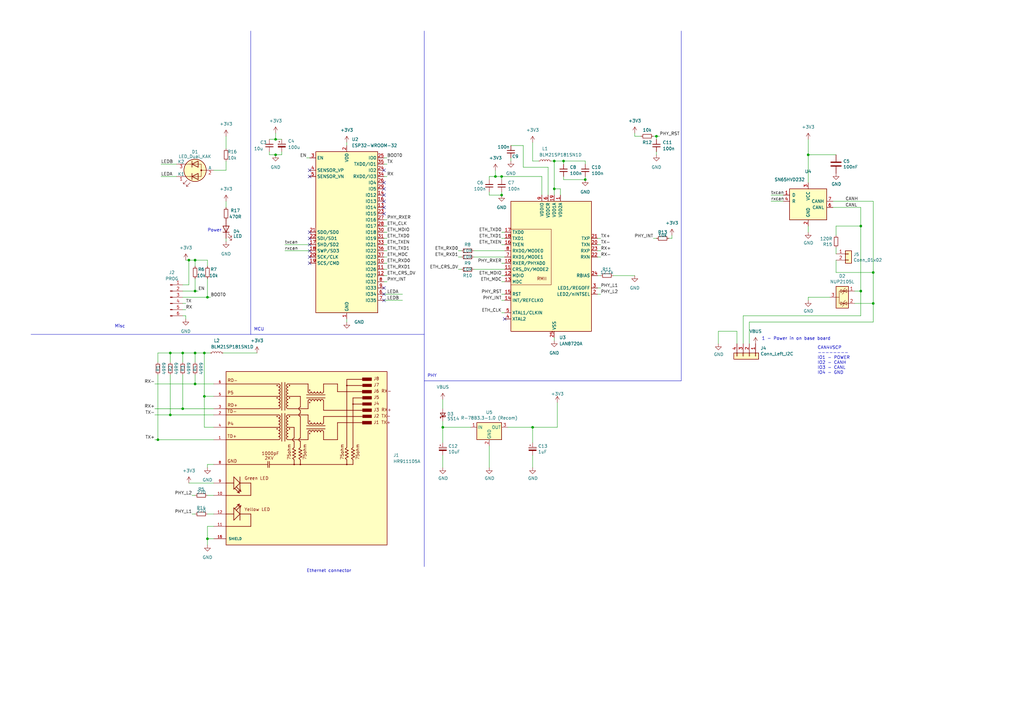
<source format=kicad_sch>
(kicad_sch (version 20230121) (generator eeschema)
  (paper "A3")
  (title_block (title "Frankfurt Eth") (date "2023-03-03") (rev "A") (company "Grodans Paradis AB") (comment 1 "http://www.vscp.org"))
  (junction (at 358.14 111.76))
  (junction (at 113.03 57.15))
  (junction (at 353.06 119.38))
  (junction (at 74.93 167.64))
  (junction (at 80.01 157.48))
  (junction (at 353.06 92.71))
  (junction (at 227.33 77.47))
  (junction (at 205.74 72.39))
  (junction (at 83.82 162.56))
  (junction (at 358.14 124.46))
  (junction (at 83.82 144.78))
  (junction (at 227.33 66.04))
  (junction (at 231.14 66.04))
  (junction (at 77.47 106.68))
  (junction (at 203.2 72.39))
  (junction (at 69.85 144.78))
  (junction (at 269.24 55.88))
  (junction (at 205.74 80.01))
  (junction (at 218.44 175.26))
  (junction (at 85.09 220.98))
  (junction (at 240.03 73.66))
  (junction (at 181.61 175.26))
  (junction (at 331.47 63.5))
  (junction (at 80.01 106.68))
  (junction (at 113.03 63.5))
  (junction (at 64.77 180.34))
  (junction (at 80.01 119.38))
  (junction (at 85.09 121.92))
  (junction (at 69.85 170.18))
  (junction (at 74.93 144.78))
  (junction (at 80.01 144.78))
  (no_connect (at 207.01 130.81))
  (no_connect (at 157.48 123.19))
  (no_connect (at 157.48 120.65))
  (no_connect (at 157.48 118.11))
  (no_connect (at 157.48 82.55))
  (no_connect (at 157.48 87.63))
  (no_connect (at 157.48 85.09))
  (no_connect (at 157.48 80.01))
  (no_connect (at 157.48 77.47))
  (no_connect (at 157.48 74.93))
  (no_connect (at 157.48 69.85))
  (no_connect (at 127 72.39))
  (no_connect (at 127 69.85))
  (no_connect (at 127 107.95))
  (no_connect (at 127 105.41))
  (no_connect (at 127 102.87))
  (no_connect (at 127 100.33))
  (no_connect (at 127 97.79))
  (no_connect (at 127 95.25))
  (wire (pts (xy 157.48 97.79) (xy 158.75 97.79)))
  (wire (pts (xy 181.61 163.83) (xy 181.61 167.64)))
  (wire (pts (xy 231.14 72.39) (xy 231.14 73.66)))
  (wire (pts (xy 227.33 66.04) (xy 227.33 77.47)))
  (wire (pts (xy 205.74 95.25) (xy 207.01 95.25)))
  (polyline (pts (xy 102.87 137.16) (xy 173.99 137.16)))
  (wire (pts (xy 157.48 72.39) (xy 158.75 72.39)))
  (wire (pts (xy 205.74 120.65) (xy 207.01 120.65)))
  (wire (pts (xy 77.47 106.68) (xy 80.01 106.68)))
  (wire (pts (xy 187.96 105.41) (xy 189.23 105.41)))
  (wire (pts (xy 78.74 203.2) (xy 80.01 203.2)))
  (wire (pts (xy 340.36 121.92) (xy 331.47 121.92)))
  (wire (pts (xy 205.74 128.27) (xy 207.01 128.27)))
  (wire (pts (xy 85.09 223.52) (xy 85.09 220.98)))
  (wire (pts (xy 77.47 106.68) (xy 77.47 116.84)))
  (wire (pts (xy 245.11 120.65) (xy 246.38 120.65)))
  (wire (pts (xy 116.84 100.33) (xy 127 100.33)))
  (wire (pts (xy 85.09 210.82) (xy 87.63 210.82)))
  (wire (pts (xy 205.74 72.39) (xy 203.2 72.39)))
  (wire (pts (xy 83.82 175.26) (xy 83.82 162.56)))
  (wire (pts (xy 231.14 66.04) (xy 240.03 66.04)))
  (wire (pts (xy 353.06 119.38) (xy 353.06 129.54)))
  (wire (pts (xy 92.71 60.96) (xy 92.71 55.88)))
  (wire (pts (xy 85.09 220.98) (xy 85.09 215.9)))
  (wire (pts (xy 331.47 121.92) (xy 331.47 123.19)))
  (wire (pts (xy 358.14 124.46) (xy 358.14 111.76)))
  (wire (pts (xy 229.87 80.01) (xy 229.87 77.47)))
  (wire (pts (xy 157.48 107.95) (xy 158.75 107.95)))
  (wire (pts (xy 69.85 144.78) (xy 64.77 144.78)))
  (polyline (pts (xy 12.7 137.16) (xy 102.87 137.16)))
  (wire (pts (xy 245.11 113.03) (xy 246.38 113.03)))
  (wire (pts (xy 194.31 110.49) (xy 207.01 110.49)))
  (polyline (pts (xy 102.87 12.7) (xy 102.87 76.2)))
  (wire (pts (xy 342.9 96.52) (xy 342.9 92.71)))
  (wire (pts (xy 110.49 62.23) (xy 110.49 63.5)))
  (wire (pts (xy 260.35 54.61) (xy 260.35 55.88)))
  (wire (pts (xy 205.74 107.95) (xy 207.01 107.95)))
  (wire (pts (xy 218.44 175.26) (xy 218.44 181.61)))
  (wire (pts (xy 80.01 106.68) (xy 85.09 106.68)))
  (wire (pts (xy 142.24 130.81) (xy 142.24 132.08)))
  (wire (pts (xy 205.74 100.33) (xy 207.01 100.33)))
  (wire (pts (xy 74.93 153.67) (xy 74.93 167.64)))
  (wire (pts (xy 110.49 63.5) (xy 113.03 63.5)))
  (wire (pts (xy 321.31 80.01) (xy 316.23 80.01)))
  (wire (pts (xy 87.63 170.18) (xy 69.85 170.18)))
  (wire (pts (xy 181.61 175.26) (xy 181.61 181.61)))
  (wire (pts (xy 205.74 123.19) (xy 207.01 123.19)))
  (wire (pts (xy 227.33 66.04) (xy 231.14 66.04)))
  (wire (pts (xy 342.9 111.76) (xy 358.14 111.76)))
  (wire (pts (xy 200.66 78.74) (xy 200.66 80.01)))
  (wire (pts (xy 115.57 63.5) (xy 115.57 62.23)))
  (wire (pts (xy 74.93 144.78) (xy 69.85 144.78)))
  (wire (pts (xy 157.48 100.33) (xy 158.75 100.33)))
  (wire (pts (xy 269.24 62.23) (xy 269.24 63.5)))
  (wire (pts (xy 63.5 180.34) (xy 64.77 180.34)))
  (wire (pts (xy 116.84 102.87) (xy 127 102.87)))
  (wire (pts (xy 85.09 106.68) (xy 85.09 109.22)))
  (wire (pts (xy 208.28 175.26) (xy 218.44 175.26)))
  (wire (pts (xy 194.31 102.87) (xy 207.01 102.87)))
  (wire (pts (xy 342.9 63.5) (xy 331.47 63.5)))
  (polyline (pts (xy 102.87 137.16) (xy 102.87 76.2)))
  (wire (pts (xy 64.77 144.78) (xy 64.77 148.59)))
  (wire (pts (xy 358.14 82.55) (xy 341.63 82.55)))
  (wire (pts (xy 85.09 121.92) (xy 86.36 121.92)))
  (wire (pts (xy 240.03 66.04) (xy 240.03 67.31)))
  (wire (pts (xy 205.74 113.03) (xy 207.01 113.03)))
  (wire (pts (xy 231.14 66.04) (xy 231.14 67.31)))
  (wire (pts (xy 350.52 119.38) (xy 353.06 119.38)))
  (wire (pts (xy 275.59 97.79) (xy 274.32 97.79)))
  (wire (pts (xy 66.04 67.31) (xy 72.39 67.31)))
  (wire (pts (xy 331.47 63.5) (xy 331.47 74.93)))
  (wire (pts (xy 113.03 63.5) (xy 115.57 63.5)))
  (wire (pts (xy 64.77 180.34) (xy 64.77 153.67)))
  (wire (pts (xy 251.46 113.03) (xy 260.35 113.03)))
  (wire (pts (xy 245.11 105.41) (xy 246.38 105.41)))
  (wire (pts (xy 80.01 106.68) (xy 80.01 109.22)))
  (wire (pts (xy 269.24 55.88) (xy 270.51 55.88)))
  (wire (pts (xy 353.06 129.54) (xy 304.8 129.54)))
  (wire (pts (xy 63.5 170.18) (xy 69.85 170.18)))
  (wire (pts (xy 83.82 144.78) (xy 86.36 144.78)))
  (wire (pts (xy 85.09 191.77) (xy 85.09 190.5)))
  (wire (pts (xy 245.11 100.33) (xy 246.38 100.33)))
  (wire (pts (xy 157.48 90.17) (xy 158.75 90.17)))
  (wire (pts (xy 193.04 175.26) (xy 181.61 175.26)))
  (wire (pts (xy 302.26 135.89) (xy 302.26 140.97)))
  (wire (pts (xy 231.14 73.66) (xy 240.03 73.66)))
  (wire (pts (xy 157.48 67.31) (xy 158.75 67.31)))
  (wire (pts (xy 218.44 66.04) (xy 220.98 66.04)))
  (wire (pts (xy 302.26 135.89) (xy 294.64 135.89)))
  (wire (pts (xy 74.93 121.92) (xy 85.09 121.92)))
  (wire (pts (xy 76.2 106.68) (xy 77.47 106.68)))
  (wire (pts (xy 87.63 157.48) (xy 80.01 157.48)))
  (wire (pts (xy 157.48 105.41) (xy 158.75 105.41)))
  (wire (pts (xy 157.48 95.25) (xy 158.75 95.25)))
  (wire (pts (xy 157.48 115.57) (xy 158.75 115.57)))
  (wire (pts (xy 92.71 85.09) (xy 92.71 82.55)))
  (polyline (pts (xy 173.99 156.21) (xy 279.4 156.21)))
  (polyline (pts (xy 173.99 137.16) (xy 173.99 232.41)))
  (wire (pts (xy 85.09 215.9) (xy 87.63 215.9)))
  (wire (pts (xy 342.9 106.68) (xy 342.9 111.76)))
  (wire (pts (xy 341.63 85.09) (xy 353.06 85.09)))
  (wire (pts (xy 83.82 144.78) (xy 83.82 162.56)))
  (wire (pts (xy 110.49 57.15) (xy 113.03 57.15)))
  (wire (pts (xy 245.11 102.87) (xy 246.38 102.87)))
  (wire (pts (xy 157.48 110.49) (xy 158.75 110.49)))
  (wire (pts (xy 294.64 135.89) (xy 294.64 140.97)))
  (wire (pts (xy 125.73 64.77) (xy 127 64.77)))
  (wire (pts (xy 77.47 116.84) (xy 74.93 116.84)))
  (wire (pts (xy 142.24 58.42) (xy 142.24 59.69)))
  (wire (pts (xy 267.97 55.88) (xy 269.24 55.88)))
  (wire (pts (xy 269.24 55.88) (xy 269.24 57.15)))
  (wire (pts (xy 304.8 129.54) (xy 304.8 140.97)))
  (wire (pts (xy 87.63 162.56) (xy 83.82 162.56)))
  (wire (pts (xy 342.9 101.6) (xy 342.9 104.14)))
  (wire (pts (xy 87.63 180.34) (xy 64.77 180.34)))
  (wire (pts (xy 157.48 92.71) (xy 158.75 92.71)))
  (wire (pts (xy 157.48 113.03) (xy 158.75 113.03)))
  (wire (pts (xy 350.52 124.46) (xy 358.14 124.46)))
  (wire (pts (xy 353.06 92.71) (xy 353.06 119.38)))
  (wire (pts (xy 342.9 92.71) (xy 353.06 92.71)))
  (wire (pts (xy 157.48 123.19) (xy 165.1 123.19)))
  (wire (pts (xy 205.74 78.74) (xy 205.74 80.01)))
  (wire (pts (xy 200.66 80.01) (xy 205.74 80.01)))
  (wire (pts (xy 80.01 114.3) (xy 80.01 119.38)))
  (wire (pts (xy 331.47 57.15) (xy 331.47 63.5)))
  (wire (pts (xy 80.01 144.78) (xy 74.93 144.78)))
  (wire (pts (xy 187.96 102.87) (xy 189.23 102.87)))
  (wire (pts (xy 157.48 102.87) (xy 158.75 102.87)))
  (wire (pts (xy 194.31 105.41) (xy 207.01 105.41)))
  (wire (pts (xy 85.09 114.3) (xy 85.09 121.92)))
  (wire (pts (xy 74.93 127) (xy 76.2 127)))
  (wire (pts (xy 87.63 175.26) (xy 83.82 175.26)))
  (wire (pts (xy 203.2 69.85) (xy 203.2 72.39)))
  (wire (pts (xy 245.11 97.79) (xy 246.38 97.79)))
  (wire (pts (xy 85.09 220.98) (xy 87.63 220.98)))
  (wire (pts (xy 69.85 144.78) (xy 69.85 148.59)))
  (wire (pts (xy 76.2 129.54) (xy 76.2 130.81)))
  (wire (pts (xy 321.31 82.55) (xy 316.23 82.55)))
  (wire (pts (xy 200.66 72.39) (xy 200.66 73.66)))
  (polyline (pts (xy 173.99 12.7) (xy 173.99 137.16)))
  (wire (pts (xy 63.5 167.64) (xy 74.93 167.64)))
  (wire (pts (xy 358.14 132.08) (xy 358.14 124.46)))
  (wire (pts (xy 157.48 64.77) (xy 158.75 64.77)))
  (wire (pts (xy 63.5 157.48) (xy 80.01 157.48)))
  (wire (pts (xy 331.47 92.71) (xy 331.47 95.25)))
  (wire (pts (xy 113.03 57.15) (xy 115.57 57.15)))
  (wire (pts (xy 74.93 119.38) (xy 80.01 119.38)))
  (wire (pts (xy 214.63 68.58) (xy 214.63 59.69)))
  (wire (pts (xy 181.61 172.72) (xy 181.61 175.26)))
  (wire (pts (xy 358.14 111.76) (xy 358.14 82.55)))
  (wire (pts (xy 227.33 138.43) (xy 227.33 139.7)))
  (wire (pts (xy 83.82 144.78) (xy 80.01 144.78)))
  (wire (pts (xy 74.93 124.46) (xy 76.2 124.46)))
  (wire (pts (xy 222.25 72.39) (xy 205.74 72.39)))
  (wire (pts (xy 80.01 157.48) (xy 80.01 153.67)))
  (wire (pts (xy 227.33 77.47) (xy 227.33 80.01)))
  (wire (pts (xy 92.71 69.85) (xy 92.71 66.04)))
  (wire (pts (xy 229.87 77.47) (xy 227.33 77.47)))
  (wire (pts (xy 113.03 54.61) (xy 113.03 57.15)))
  (wire (pts (xy 87.63 69.85) (xy 92.71 69.85)))
  (wire (pts (xy 275.59 96.52) (xy 275.59 97.79)))
  (wire (pts (xy 80.01 119.38) (xy 81.28 119.38)))
  (wire (pts (xy 353.06 85.09) (xy 353.06 92.71)))
  (wire (pts (xy 260.35 55.88) (xy 262.89 55.88)))
  (wire (pts (xy 222.25 80.01) (xy 222.25 72.39)))
  (wire (pts (xy 77.47 198.12) (xy 87.63 198.12)))
  (wire (pts (xy 224.79 68.58) (xy 214.63 68.58)))
  (wire (pts (xy 205.74 72.39) (xy 205.74 73.66)))
  (wire (pts (xy 181.61 186.69) (xy 181.61 191.77)))
  (wire (pts (xy 218.44 58.42) (xy 218.44 66.04)))
  (wire (pts (xy 307.34 132.08) (xy 358.14 132.08)))
  (wire (pts (xy 91.44 144.78) (xy 105.41 144.78)))
  (wire (pts (xy 240.03 72.39) (xy 240.03 73.66)))
  (wire (pts (xy 85.09 203.2) (xy 87.63 203.2)))
  (wire (pts (xy 74.93 129.54) (xy 76.2 129.54)))
  (wire (pts (xy 228.6 165.1) (xy 228.6 175.26)))
  (wire (pts (xy 74.93 167.64) (xy 87.63 167.64)))
  (wire (pts (xy 203.2 72.39) (xy 200.66 72.39)))
  (wire (pts (xy 74.93 144.78) (xy 74.93 148.59)))
  (wire (pts (xy 85.09 190.5) (xy 87.63 190.5)))
  (wire (pts (xy 69.85 170.18) (xy 69.85 153.67)))
  (wire (pts (xy 157.48 120.65) (xy 165.1 120.65)))
  (wire (pts (xy 80.01 144.78) (xy 80.01 148.59)))
  (wire (pts (xy 224.79 68.58) (xy 224.79 80.01)))
  (wire (pts (xy 92.71 97.79) (xy 92.71 99.06)))
  (wire (pts (xy 187.96 110.49) (xy 189.23 110.49)))
  (wire (pts (xy 209.55 64.77) (xy 209.55 66.04)))
  (wire (pts (xy 200.66 182.88) (xy 200.66 191.77)))
  (wire (pts (xy 307.34 140.97) (xy 307.34 132.08)))
  (polyline (pts (xy 279.4 12.7) (xy 279.4 156.21)))
  (wire (pts (xy 78.74 210.82) (xy 80.01 210.82)))
  (wire (pts (xy 205.74 97.79) (xy 207.01 97.79)))
  (wire (pts (xy 226.06 66.04) (xy 227.33 66.04)))
  (wire (pts (xy 218.44 186.69) (xy 218.44 191.77)))
  (wire (pts (xy 66.04 72.39) (xy 72.39 72.39)))
  (wire (pts (xy 205.74 115.57) (xy 207.01 115.57)))
  (wire (pts (xy 267.97 97.79) (xy 269.24 97.79)))
  (wire (pts (xy 228.6 175.26) (xy 218.44 175.26)))
  (wire (pts (xy 245.11 118.11) (xy 246.38 118.11)))
  (wire (pts (xy 214.63 59.69) (xy 209.55 59.69)))
  (text "PHY" (at 175.26 154.94 0) (effects (font (size 1.27 1.27)) (justify left bottom)))
  (text "Misc" (at 46.99 134.62 0) (effects (font (size 1.27 1.27)) (justify left bottom)))
  (text "Power" (at 85.09 95.25 0) (effects (font (size 1.27 1.27)) (justify left bottom)))
  (text "CAN4VSCP\n--------\nIO1 - POWER\nIO2 - CANH\nIO3 - CANL\nIO4 - GND" (at 335.28 153.67 0) (effects (font (size 1.27 1.27)) (justify left bottom)))
  (text "Ethernet connector" (at 125.73 234.95 0) (effects (font (size 1.27 1.27)) (justify left bottom)))
  (text "MCU" (at 104.14 135.89 0) (effects (font (size 1.27 1.27)) (justify left bottom)))
  (text "1 - Power in on base board" (at 312.42 139.7 0) (effects (font (size 1.27 1.27)) (justify left bottom)))
  (label "ETH_TXEN" (at 158.75 100.33 0))
  (label "LEDB" (at 66.04 67.31 0))
  (label "ETH_RXD0" (at 158.75 107.95 0))
  (label "TX-" (at 246.38 100.33 0))
  (label "PHY_L1" (at 246.38 118.11 0))
  (label "PHY_RXER" (at 205.74 107.95 180))
  (label "RX" (at 76.2 127 0))
  (label "RX" (at 158.75 72.39 0))
  (label "ETH_MDC" (at 205.74 115.57 180))
  (label "PHY_INT" (at 158.75 115.57 0))
  (label "RX-" (at 63.5 157.48 180))
  (label "ETH_TXEN" (at 205.74 100.33 180))
  (label "ETH_MDIO" (at 158.75 95.25 0))
  (label "PHY_INT" (at 205.74 123.19 180))
  (label "RX+" (at 63.5 167.64 180))
  (label "ETH_RXD0" (at 187.96 102.87 180))
  (label "PHY_L2" (at 246.38 120.65 0))
  (label "LEDB" (at 158.75 123.19 0))
  (label "CANH" (at 346.71 82.55 0))
  (label "rxcan" (at 116.84 102.87 0))
  (label "ETH_CLK" (at 205.74 128.27 180))
  (label "ETH_CRS_DV" (at 187.96 110.49 180))
  (label "rxcan" (at 316.23 82.55 0))
  (label "ETH_TXD1" (at 205.74 97.79 180))
  (label "BOOT0" (at 86.36 121.92 0))
  (label "ETH_TXD0" (at 205.74 95.25 180))
  (label "ETH_MDIO" (at 205.74 113.03 180))
  (label "LEDA" (at 66.04 72.39 0))
  (label "RX-" (at 246.38 105.41 0))
  (label "ETH_CLK" (at 158.75 92.71 0))
  (label "TX-" (at 63.5 170.18 180))
  (label "txcan" (at 116.84 100.33 0))
  (label "PHY_RST" (at 205.74 120.65 180))
  (label "BOOT0" (at 158.75 64.77 0))
  (label "PHY_RST" (at 270.51 55.88 0))
  (label "PHY_RXER" (at 158.75 90.17 0))
  (label "TX+" (at 63.5 180.34 180))
  (label "ETH_MDC" (at 158.75 105.41 0))
  (label "TX+" (at 246.38 97.79 0))
  (label "TX" (at 158.75 67.31 0))
  (label "EN" (at 125.73 64.77 180))
  (label "ETH_RXD1" (at 158.75 110.49 0))
  (label "ETH_RXD1" (at 187.96 105.41 180))
  (label "TX" (at 76.2 124.46 0))
  (label "RX+" (at 246.38 102.87 0))
  (label "ETH_TXD0" (at 158.75 97.79 0))
  (label "PHY_INT" (at 267.97 97.79 180))
  (label "LEDA" (at 158.75 120.65 0))
  (label "PHY_L1" (at 78.74 210.82 180))
  (label "EN" (at 81.28 119.38 0))
  (label "ETH_TXD1" (at 158.75 102.87 0))
  (label "txcan" (at 316.23 80.01 0))
  (label "CANL" (at 346.71 85.09 0))
  (label "PHY_L2" (at 78.74 203.2 180))
  (label "ETH_CRS_DV" (at 158.75 113.03 0))
  (symbol (lib_id "Device:C_Small") (at 200.66 76.2 180) (unit 1)
    (property "Reference" "C6" (at 195.58 74.93 0) (effects (justify right)))
    (property "Value" "100n" (at 194.31 77.47 0) (effects (justify right)))
    (property "Footprint" "Capacitor_SMD:C_0805_2012Metric_Pad1.18x1.45mm_HandSolder" (effects hide))
  )
  (symbol (lib_id "RF_Module:ESP32-WROOM-32") (at 142.24 95.25 0) (unit 1)
    (property "Reference" "U2" (at 144.2594 57.15 0) (effects (justify left)))
    (property "Value" "ESP32-WROOM-32" (at 144.2594 59.69 0) (effects (justify left)))
    (property "Footprint" "RF_Module:ESP32-WROOM-32" (effects hide))
    (property "Datasheet" "https://www.espressif.com/sites/default/files/documentation/esp32-wroom-32_datasheet_en.pdf" (effects hide))
  )
  (symbol (lib_id "Device:R_Small") (at 85.09 111.76 180) (unit 1)
    (property "Reference" "R7" (at 87.63 110.49 0))
    (property "Value" "10k" (at 87.63 113.03 0))
    (property "Footprint" "Resistor_SMD:R_0805_2012Metric_Pad1.20x1.40mm_HandSolder" (effects hide))
  )
  (symbol (lib_id "Device:LED_Dual_KAK") (at 80.01 69.85 180) (unit 1)
    (property "Reference" "D1" (at 79.9465 62.2681 0))
    (property "Value" "LED_Dual_KAK" (at 79.9465 64.1891 0))
    (property "Footprint" "LED_THT:LED_D5.0mm-3" (effects hide))
  )
  (symbol (lib_id "Device:C") (at 342.9 67.31 0) (unit 1)
    (property "Reference" "C5" (at 345.821 66.1416 0) (effects (justify left)))
    (property "Value" "100nF" (at 345.821 68.453 0) (effects (justify left)))
    (property "Footprint" "Capacitor_SMD:C_0805_2012Metric" (effects hide))
  )
  (symbol (lib_id "power:GND") (at 227.33 139.7 0) (unit 1)
    (property "Reference" "#PWR0120" (effects hide))
    (property "Value" "GND" (at 227.33 144.78 0))
  )
  (symbol (lib_id "Connector_Generic:Conn_01x04") (at 307.34 146.05 270) (unit 1)
    (property "Reference" "J4" (at 311.912 142.7988 90) (effects (justify left)))
    (property "Value" "Conn_Left_I2C" (at 311.912 145.1102 90) (effects (justify left)))
    (property "Footprint" "Connector_PinHeader_2.54mm:PinHeader_1x04_P2.54mm_Vertical" (effects hide))
  )
  (symbol (lib_name "GND_17") (lib_id "power:GND") (at 76.2 130.81 0) (unit 1)
    (property "Reference" "#PWR0114" (effects hide))
    (property "Value" "GND" (at 76.2 135.89 0))
  )
  (symbol (lib_id "Device:R_Small") (at 342.9 99.06 180) (unit 1)
    (property "Reference" "R15" (at 341.4014 100.2284 0) (effects (justify left)))
    (property "Value" "120R" (at 341.4014 97.917 0) (effects (justify left)))
    (property "Footprint" "Resistor_SMD:R_0805_2012Metric" (effects hide))
  )
  (symbol (lib_name "GND_16") (lib_id "power:GND") (at 260.35 113.03 0) (unit 1)
    (property "Reference" "#PWR0123" (effects hide))
    (property "Value" "GND" (at 260.35 118.11 0))
  )
  (symbol (lib_id "Device:C_Polarized_Small") (at 115.57 59.69 0) (unit 1)
    (property "Reference" "C4" (at 118.11 57.8738 0) (effects (justify left)))
    (property "Value" "100u" (at 118.11 60.4138 0) (effects (justify left)))
    (property "Footprint" "Capacitor_Tantalum_SMD:CP_EIA-3528-21_Kemet-B" (effects hide))
  )
  (symbol (lib_id "Device:C_Small") (at 240.03 69.85 0) (unit 1)
    (property "Reference" "C10" (at 242.57 68.5862 0) (effects (justify left)))
    (property "Value" "100n" (at 242.57 71.1262 0) (effects (justify left)))
    (property "Footprint" "Capacitor_SMD:C_0805_2012Metric_Pad1.18x1.45mm_HandSolder" (effects hide))
  )
  (symbol (lib_id "Device:R_Small") (at 92.71 63.5 180) (unit 1)
    (property "Reference" "R16" (at 95.25 62.23 0))
    (property "Value" "10k" (at 95.25 64.77 0))
    (property "Footprint" "Resistor_SMD:R_0805_2012Metric_Pad1.20x1.40mm_HandSolder" (effects hide))
  )
  (symbol (lib_id "power:+3.3V") (at 76.2 106.68 0) (unit 1)
    (property "Reference" "#PWR0112" (effects hide))
    (property "Value" "+3.3V" (at 76.2 101.6 0))
  )
  (symbol (lib_id "Interface_Ethernet:LAN8720A") (at 227.33 110.49 0) (unit 1)
    (property "Reference" "U3" (at 229.3494 138.43 0) (effects (justify left)))
    (property "Value" "LAN8720A" (at 229.3494 140.97 0) (effects (justify left)))
    (property "Footprint" "Package_DFN_QFN:QFN-24-1EP_4x4mm_P0.5mm_EP2.6x2.6mm" (effects hide))
    (property "Datasheet" "http://ww1.microchip.com/downloads/en/DeviceDoc/8720a.pdf" (effects hide))
  )
  (symbol (lib_id "Device:C_Small") (at 110.49 59.69 0) (unit 1)
    (property "Reference" "C3" (at 106.68 58.42 0) (effects (justify left)))
    (property "Value" "10u" (at 104.14 60.96 0) (effects (justify left)))
    (property "Footprint" "Capacitor_SMD:C_0805_2012Metric_Pad1.18x1.45mm_HandSolder" (effects hide))
  )
  (symbol (lib_id "power:+3.3V") (at 92.71 55.88 0) (unit 1)
    (property "Reference" "#PWR012" (effects hide))
    (property "Value" "+3.3V" (at 92.71 50.8 0))
  )
  (symbol (lib_id "Device:CP_Small") (at 218.44 184.15 0) (unit 1)
    (property "Reference" "C13" (at 220.6752 182.9816 0) (effects (justify left)))
    (property "Value" "1uF" (at 220.6752 185.293 0) (effects (justify left)))
    (property "Footprint" "Capacitor_SMD:C_0805_2012Metric_Pad1.18x1.45mm_HandSolder" (effects hide))
  )
  (symbol (lib_name "GND_15") (lib_id "power:GND") (at 269.24 63.5 0) (unit 1)
    (property "Reference" "#PWR0121" (effects hide))
    (property "Value" "GND" (at 269.24 68.58 0))
  )
  (symbol (lib_name "GND_14") (lib_id "power:GND") (at 113.03 63.5 0) (unit 1)
    (property "Reference" "#PWR0108" (effects hide))
    (property "Value" "GND" (at 113.03 68.58 0))
  )
  (symbol (lib_id "power:VBUS") (at 181.61 163.83 0) (unit 1)
    (property "Reference" "#PWR06" (effects hide))
    (property "Value" "VBUS" (at 181.61 158.75 0))
  )
  (symbol (lib_id "Device:C_Small") (at 269.24 59.69 0) (unit 1)
    (property "Reference" "C11" (at 271.78 58.4262 0) (effects (justify left)))
    (property "Value" "100n" (at 271.78 60.9662 0) (effects (justify left)))
    (property "Footprint" "Capacitor_SMD:C_0805_2012Metric_Pad1.18x1.45mm_HandSolder" (effects hide))
  )
  (symbol (lib_id "Device:R_Small") (at 80.01 151.13 180) (unit 1)
    (property "Reference" "R4" (at 80.01 151.13 90))
    (property "Value" "49R9" (at 82.55 151.13 90))
    (property "Footprint" "Resistor_SMD:R_0805_2012Metric_Pad1.20x1.40mm_HandSolder" (effects hide))
  )
  (symbol (lib_name "+3.3V_10") (lib_id "power:+3.3V") (at 260.35 54.61 0) (unit 1)
    (property "Reference" "#PWR0118" (effects hide))
    (property "Value" "+3.3V" (at 260.35 49.53 0))
  )
  (symbol (lib_id "Device:R_Small") (at 265.43 55.88 90) (unit 1)
    (property "Reference" "R12" (at 265.43 58.42 90))
    (property "Value" "10k" (at 265.43 53.34 90))
    (property "Footprint" "Resistor_SMD:R_0805_2012Metric_Pad1.20x1.40mm_HandSolder" (effects hide))
  )
  (symbol (lib_id "Device:C_Small") (at 209.55 62.23 0) (unit 1)
    (property "Reference" "C9" (at 210.0157 64.1547 0) (effects (justify left)))
    (property "Value" "100n" (at 204.0438 60.288 0) (effects (justify left)))
    (property "Footprint" "Capacitor_SMD:C_0805_2012Metric_Pad1.18x1.45mm_HandSolder" (effects hide))
  )
  (symbol (lib_id "Connector:Conn_01x06_Male") (at 69.85 121.92 0) (unit 1)
    (property "Reference" "J2" (at 70.485 111.76 0))
    (property "Value" "PROG" (at 70.485 114.3 0))
    (property "Footprint" "Connector_PinHeader_2.54mm:PinHeader_1x06_P2.54mm_Vertical" (effects hide))
  )
  (symbol (lib_name "GND_13") (lib_id "power:GND") (at 205.74 80.01 0) (unit 1)
    (property "Reference" "#PWR0116" (effects hide))
    (property "Value" "GND" (at 205.74 85.09 0))
  )
  (symbol (lib_name "GND_12") (lib_id "power:GND") (at 342.9 71.12 0) (unit 1)
    (property "Reference" "#PWR05" (effects hide))
    (property "Value" "GND" (at 343.027 75.5142 0))
  )
  (symbol (lib_id "Power_Protection:NUP2105L") (at 345.44 121.92 270) (unit 1)
    (property "Reference" "D2" (at 345.44 113.2332 90))
    (property "Value" "NUP2105L" (at 345.44 115.5446 90))
    (property "Footprint" "Package_TO_SOT_SMD:SOT-23" (effects hide))
    (property "Datasheet" "http://www.onsemi.com/pub_link/Collateral/NUP2105L-D.PDF" (effects hide))
  )
  (symbol (lib_name "+3.3V_9") (lib_id "power:+3.3V") (at 203.2 69.85 0) (unit 1)
    (property "Reference" "#PWR0113" (effects hide))
    (property "Value" "+3.3V" (at 203.2 64.77 0))
  )
  (symbol (lib_name "+3.3V_8") (lib_id "power:+3.3V") (at 275.59 96.52 0) (unit 1)
    (property "Reference" "#PWR0122" (effects hide))
    (property "Value" "+3.3V" (at 275.59 91.44 0))
  )
  (symbol (lib_name "GND_11") (lib_id "power:GND") (at 85.09 223.52 0) (unit 1)
    (property "Reference" "#PWR0101" (effects hide))
    (property "Value" "GND" (at 85.09 228.6 0))
  )
  (symbol (lib_name "GND_10") (lib_id "power:GND") (at 331.47 95.25 0) (unit 1)
    (property "Reference" "#PWR03" (effects hide))
    (property "Value" "GND" (at 331.597 99.6442 0))
  )
  (symbol (lib_id "Regulator_Switching:R-78B3.3-2.0") (at 200.66 175.26 0) (unit 1)
    (property "Reference" "U5" (at 200.66 169.1132 0))
    (property "Value" "R-78B3.3-1.0 (Recom)" (at 200.66 171.4246 0))
    (property "Footprint" "Converter_DCDC:Converter_DCDC_RECOM_R-78B-2.0_THT" (effects hide))
    (property "Datasheet" "https://www.recom-power.com/pdf/Innoline/R-78Bxx-2.0.pdf" (effects hide))
  )
  (symbol (lib_id "Device:R_Small") (at 191.77 110.49 90) (unit 1)
    (property "Reference" "R10" (at 191.77 113.03 90))
    (property "Value" "10R" (at 191.77 110.49 90))
    (property "Footprint" "Resistor_SMD:R_0805_2012Metric_Pad1.20x1.40mm_HandSolder" (effects hide))
  )
  (symbol (lib_name "GND_14") (lib_id "power:GND") (at 92.71 99.06 0) (unit 1)
    (property "Reference" "#PWR014" (effects hide))
    (property "Value" "GND" (at 92.71 104.14 0))
  )
  (symbol (lib_id "Device:R_Small") (at 82.55 210.82 90) (unit 1)
    (property "Reference" "R14" (at 82.55 208.28 90))
    (property "Value" "270" (at 82.55 209.55 90))
    (property "Footprint" "Resistor_SMD:R_0805_2012Metric_Pad1.20x1.40mm_HandSolder" (effects hide))
  )
  (symbol (lib_id "Device:L_Small") (at 223.52 66.04 90) (unit 1)
    (property "Reference" "L1" (at 223.52 60.96 90))
    (property "Value" "BLM21SP181SN1D" (at 229.87 63.5 90))
    (property "Footprint" "Resistor_SMD:R_0805_2012Metric_Pad1.20x1.40mm_HandSolder" (effects hide))
  )
  (symbol (lib_name "+3.3V_7") (lib_id "power:+3.3V") (at 105.41 144.78 0) (unit 1)
    (property "Reference" "#PWR0104" (effects hide))
    (property "Value" "+3.3V" (at 105.41 139.7 0))
  )
  (symbol (lib_name "VBUS_1") (lib_id "power:VBUS") (at 309.88 140.97 0) (unit 1)
    (property "Reference" "#PWR011" (effects hide))
    (property "Value" "VBUS" (at 309.88 135.89 0))
  )
  (symbol (lib_name "GND_9") (lib_id "power:GND") (at 200.66 191.77 0) (unit 1)
    (property "Reference" "#PWR08" (effects hide))
    (property "Value" "GND" (at 200.787 196.1642 0))
  )
  (symbol (lib_id "Device:R_Small") (at 248.92 113.03 90) (unit 1)
    (property "Reference" "R11" (at 248.92 110.49 90))
    (property "Value" "12.1k" (at 248.92 111.76 90))
    (property "Footprint" "Resistor_SMD:R_0805_2012Metric_Pad1.20x1.40mm_HandSolder" (effects hide))
  )
  (symbol (lib_id "Device:R_Small") (at 92.71 87.63 180) (unit 1)
    (property "Reference" "R17" (at 96.52 86.36 0))
    (property "Value" "470R" (at 96.52 88.9 0))
    (property "Footprint" "Resistor_SMD:R_0805_2012Metric_Pad1.20x1.40mm_HandSolder" (effects hide))
  )
  (symbol (lib_id "Connector_Generic:Conn_01x02") (at 347.98 104.14 0) (unit 1)
    (property "Reference" "J5" (at 350.012 104.3432 0) (effects (justify left)))
    (property "Value" "Conn_01x02" (at 350.012 106.6546 0) (effects (justify left)))
    (property "Footprint" "Connector_PinHeader_2.54mm:PinHeader_1x02_P2.54mm_Vertical" (effects hide))
  )
  (symbol (lib_id "Device:R_Small") (at 80.01 111.76 180) (unit 1)
    (property "Reference" "R6" (at 82.55 110.49 0))
    (property "Value" "10k" (at 82.55 113.03 0))
    (property "Footprint" "Resistor_SMD:R_0805_2012Metric_Pad1.20x1.40mm_HandSolder" (effects hide))
  )
  (symbol (lib_name "+3.3V_6") (lib_id "power:+3.3V") (at 331.47 57.15 0) (unit 1)
    (property "Reference" "#PWR02" (effects hide))
    (property "Value" "+3.3V" (at 331.47 52.07 0))
  )
  (symbol (lib_id "Device:L_Small") (at 88.9 144.78 90) (unit 1)
    (property "Reference" "L2" (at 88.9 139.7 90))
    (property "Value" "BLM21SP181SN1D" (at 95.25 142.24 90))
    (property "Footprint" "Resistor_SMD:R_0805_2012Metric_Pad1.20x1.40mm_HandSolder" (effects hide))
  )
  (symbol (lib_name "GND_8") (lib_id "power:GND") (at 142.24 132.08 0) (unit 1)
    (property "Reference" "#PWR0105" (effects hide))
    (property "Value" "GND" (at 147.32 132.08 0))
  )
  (symbol (lib_name "GND_7") (lib_id "power:GND") (at 218.44 191.77 0) (unit 1)
    (property "Reference" "#PWR09" (effects hide))
    (property "Value" "GND" (at 218.567 196.1642 0))
  )
  (symbol (lib_name "GND_6") (lib_id "power:GND") (at 209.55 66.04 0) (unit 1)
    (property "Reference" "#PWR0119" (effects hide))
    (property "Value" "GND" (at 209.55 71.12 0))
  )
  (symbol (lib_name "+3.3V_5") (lib_id "power:+3.3V") (at 77.47 198.12 0) (unit 1)
    (property "Reference" "#PWR0103" (effects hide))
    (property "Value" "+3.3V" (at 77.47 193.04 0))
  )
  (symbol (lib_id "Device:R_Small") (at 82.55 203.2 90) (unit 1)
    (property "Reference" "R5" (at 82.55 200.66 90))
    (property "Value" "270" (at 82.55 201.93 90))
    (property "Footprint" "Resistor_SMD:R_0805_2012Metric_Pad1.20x1.40mm_HandSolder" (effects hide))
  )
  (symbol (lib_name "GND_5") (lib_id "power:GND") (at 181.61 191.77 0) (unit 1)
    (property "Reference" "#PWR07" (effects hide))
    (property "Value" "GND" (at 181.737 196.1642 0))
  )
  (symbol (lib_id "Device:R_Small") (at 64.77 151.13 180) (unit 1)
    (property "Reference" "R1" (at 64.77 151.13 90))
    (property "Value" "49R9" (at 67.31 151.13 90))
    (property "Footprint" "Resistor_SMD:R_0805_2012Metric_Pad1.20x1.40mm_HandSolder" (effects hide))
  )
  (symbol (lib_id "Device:C_Small") (at 231.14 69.85 0) (unit 1)
    (property "Reference" "C8" (at 233.68 68.5862 0) (effects (justify left)))
    (property "Value" "100n" (at 233.68 71.1262 0) (effects (justify left)))
    (property "Footprint" "Capacitor_SMD:C_0805_2012Metric_Pad1.18x1.45mm_HandSolder" (effects hide))
  )
  (symbol (lib_id "Interface_CAN_LIN:SN65HVD232") (at 331.47 82.55 0) (unit 1)
    (property "Reference" "U4" (at 331.47 70.3326 0))
    (property "Value" "SN65HVD232" (at 323.85 73.66 0))
    (property "Footprint" "Package_SO:SOIC-8_3.9x4.9mm_P1.27mm" (effects hide))
    (property "Datasheet" "http://www.ti.com/lit/ds/symlink/sn65hvd230.pdf" (effects hide))
  )
  (symbol (lib_name "+3.3V_4") (lib_id "power:+3.3V") (at 142.24 58.42 0) (unit 1)
    (property "Reference" "#PWR0106" (effects hide))
    (property "Value" "+3.3V" (at 142.24 53.34 0))
  )
  (symbol (lib_name "GND_4") (lib_id "power:GND") (at 240.03 73.66 0) (unit 1)
    (property "Reference" "#PWR0117" (effects hide))
    (property "Value" "GND" (at 240.03 78.74 0))
  )
  (symbol (lib_name "GND_3") (lib_id "power:GND") (at 331.47 123.19 0) (unit 1)
    (property "Reference" "#PWR04" (effects hide))
    (property "Value" "GND" (at 331.597 127.5842 0))
  )
  (symbol (lib_id "Device:R_Small") (at 271.78 97.79 90) (unit 1)
    (property "Reference" "R13" (at 271.78 95.25 90))
    (property "Value" "10k" (at 271.78 96.52 90))
    (property "Footprint" "Resistor_SMD:R_0805_2012Metric_Pad1.20x1.40mm_HandSolder" (effects hide))
  )
  (symbol (lib_name "+3.3V_3") (lib_id "power:+3.3V") (at 113.03 54.61 0) (unit 1)
    (property "Reference" "#PWR0107" (effects hide))
    (property "Value" "+3.3V" (at 113.03 49.53 0))
  )
  (symbol (lib_id "Device:R_Small") (at 191.77 102.87 90) (unit 1)
    (property "Reference" "R8" (at 191.77 100.33 90))
    (property "Value" "10R" (at 191.77 102.87 90))
    (property "Footprint" "Resistor_SMD:R_0805_2012Metric_Pad1.20x1.40mm_HandSolder" (effects hide))
  )
  (symbol (lib_id "Device:C_Small") (at 205.74 76.2 180) (unit 1)
    (property "Reference" "C7" (at 208.28 74.9235 0) (effects (justify right)))
    (property "Value" "100n" (at 208.28 77.4635 0) (effects (justify right)))
    (property "Footprint" "Capacitor_SMD:C_0805_2012Metric_Pad1.18x1.45mm_HandSolder" (effects hide))
  )
  (symbol (lib_id "power:+3.3V") (at 92.71 82.55 0) (unit 1)
    (property "Reference" "#PWR013" (effects hide))
    (property "Value" "+3.3V" (at 92.71 77.47 0))
  )
  (symbol (lib_name "+3.3V_2") (lib_id "power:+3.3V") (at 218.44 58.42 0) (unit 1)
    (property "Reference" "#PWR0115" (effects hide))
    (property "Value" "+3.3V" (at 218.44 53.34 0))
  )
  (symbol (lib_name "GND_2") (lib_id "power:GND") (at 294.64 140.97 0) (unit 1)
    (property "Reference" "#PWR01" (effects hide))
    (property "Value" "GND" (at 294.767 145.3642 0))
  )
  (symbol (lib_id "HR911105A:HR911105A") (at 125.73 187.96 0) (unit 1)
    (property "Reference" "J1" (at 161.29 186.6899 0) (effects (justify left)))
    (property "Value" "HR911105A" (at 161.29 189.2299 0) (effects (justify left)))
    (property "Footprint" "lib:HANRUN_HR911105A" (effects hide))
    (property "AVAILABILITY" "Unavailable" (effects hide))
    (property "PRICE" "None" (effects hide))
    (property "MP" "HR911105A" (effects hide))
    (property "DESCRIPTION" "DIP RJ45 Connector;" (effects hide))
    (property "STANDARD" "Manufacturer Recommendation" (effects hide))
    (property "PACKAGE" "None" (effects hide))
    (property "MF" "HanRun" (effects hide))
    (property "PARTREV" "A" (effects hide))
  )
  (symbol (lib_name "GND_1") (lib_id "power:GND") (at 85.09 191.77 0) (unit 1)
    (property "Reference" "#PWR0102" (effects hide))
    (property "Value" "GND" (at 85.09 196.85 0))
  )
  (symbol (lib_id "Device:D_Schottky_Small") (at 181.61 170.18 90) (unit 1)
    (property "Reference" "D3" (at 183.388 169.7903 90) (effects (justify right)))
    (property "Value" "SS14" (at 183.388 171.7113 90) (effects (justify right)))
    (property "Footprint" "Diode_SMD:D_SMA" (effects hide))
  )
  (symbol (lib_id "Device:LED") (at 92.71 93.98 90) (unit 1)
    (property "Reference" "D4" (at 95.631 94.9238 90) (effects (justify right)))
    (property "Value" "LED" (at 95.631 96.8448 90) (effects (justify right)))
    (property "Footprint" "LED_SMD:LED_0805_2012Metric_Pad1.15x1.40mm_HandSolder" (effects hide))
  )
  (symbol (lib_id "Device:R_Small") (at 74.93 151.13 180) (unit 1)
    (property "Reference" "R3" (at 74.93 151.13 90))
    (property "Value" "49R9" (at 77.47 151.13 90))
    (property "Footprint" "Resistor_SMD:R_0805_2012Metric_Pad1.20x1.40mm_HandSolder" (effects hide))
  )
  (symbol (lib_name "+3.3V_1") (lib_id "power:+3.3V") (at 228.6 165.1 0) (unit 1)
    (property "Reference" "#PWR010" (effects hide))
    (property "Value" "+3.3V" (at 228.6 161.5242 0))
  )
  (symbol (lib_id "Device:R_Small") (at 191.77 105.41 90) (unit 1)
    (property "Reference" "R9" (at 191.77 107.95 90))
    (property "Value" "10R" (at 191.77 105.41 90))
    (property "Footprint" "Resistor_SMD:R_0805_2012Metric_Pad1.20x1.40mm_HandSolder" (effects hide))
  )
  (symbol (lib_id "Device:CP_Small") (at 181.61 184.15 0) (unit 1)
    (property "Reference" "C12" (at 183.8452 182.9816 0) (effects (justify left)))
    (property "Value" "10uF" (at 183.8452 185.293 0) (effects (justify left)))
    (property "Footprint" "Capacitor_SMD:C_0805_2012Metric_Pad1.18x1.45mm_HandSolder" (effects hide))
  )
  (symbol (lib_id "Device:R_Small") (at 69.85 151.13 180) (unit 1)
    (property "Reference" "R2" (at 69.85 151.13 90))
    (property "Value" "49R9" (at 72.39 151.13 90))
    (property "Footprint" "Resistor_SMD:R_0805_2012Metric_Pad1.20x1.40mm_HandSolder" (effects hide))
  )
)
</source>
